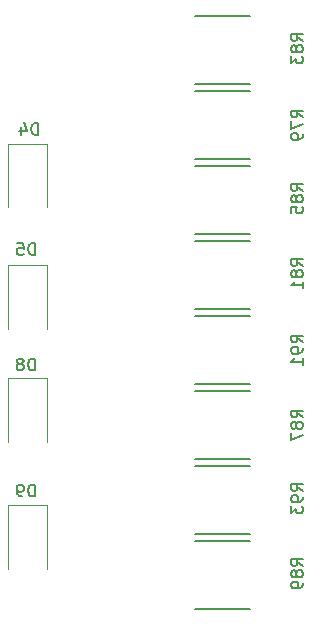
<source format=gbo>
G04 #@! TF.GenerationSoftware,KiCad,Pcbnew,(6.0.0-rc1-dev-1425-g4c184f07a)*
G04 #@! TF.CreationDate,2018-12-27T18:34:51-05:00
G04 #@! TF.ProjectId,Danalog,44616e61-6c6f-4672-9e6b-696361645f70,rev?*
G04 #@! TF.SameCoordinates,Original*
G04 #@! TF.FileFunction,Legend,Bot*
G04 #@! TF.FilePolarity,Positive*
%FSLAX46Y46*%
G04 Gerber Fmt 4.6, Leading zero omitted, Abs format (unit mm)*
G04 Created by KiCad (PCBNEW (6.0.0-rc1-dev-1425-g4c184f07a)) date 12/27/2018 6:34:51 PM*
%MOMM*%
%LPD*%
G04 APERTURE LIST*
%ADD10C,0.150000*%
%ADD11C,0.120000*%
G04 APERTURE END LIST*
D10*
X72630000Y-82910000D02*
X77230000Y-82910000D01*
X72630000Y-77110000D02*
X77230000Y-77110000D01*
X72630000Y-89810000D02*
X77230000Y-89810000D01*
X72630000Y-95610000D02*
X77230000Y-95610000D01*
X72630000Y-70760000D02*
X77230000Y-70760000D01*
X72630000Y-76560000D02*
X77230000Y-76560000D01*
X72630000Y-89260000D02*
X77230000Y-89260000D01*
X72630000Y-83460000D02*
X77230000Y-83460000D01*
X72630000Y-102510000D02*
X77230000Y-102510000D01*
X72630000Y-108310000D02*
X77230000Y-108310000D01*
X72630000Y-121010000D02*
X77230000Y-121010000D01*
X72630000Y-115210000D02*
X77230000Y-115210000D01*
X72630000Y-101960000D02*
X77230000Y-101960000D01*
X72630000Y-96160000D02*
X77230000Y-96160000D01*
X72630000Y-108860000D02*
X77230000Y-108860000D01*
X72630000Y-114660000D02*
X77230000Y-114660000D01*
D11*
X56770000Y-81595000D02*
X56770000Y-86995000D01*
X60070000Y-81595000D02*
X60070000Y-86995000D01*
X56770000Y-81595000D02*
X60070000Y-81595000D01*
X56770000Y-91850000D02*
X56770000Y-97250000D01*
X60070000Y-91850000D02*
X60070000Y-97250000D01*
X56770000Y-91850000D02*
X60070000Y-91850000D01*
X56770000Y-101470000D02*
X60070000Y-101470000D01*
X60070000Y-101470000D02*
X60070000Y-106870000D01*
X56770000Y-101470000D02*
X56770000Y-106870000D01*
X56770000Y-112170000D02*
X60070000Y-112170000D01*
X60070000Y-112170000D02*
X60070000Y-117570000D01*
X56770000Y-112170000D02*
X56770000Y-117570000D01*
D10*
X81732380Y-79367142D02*
X81256190Y-79033809D01*
X81732380Y-78795714D02*
X80732380Y-78795714D01*
X80732380Y-79176666D01*
X80780000Y-79271904D01*
X80827619Y-79319523D01*
X80922857Y-79367142D01*
X81065714Y-79367142D01*
X81160952Y-79319523D01*
X81208571Y-79271904D01*
X81256190Y-79176666D01*
X81256190Y-78795714D01*
X80732380Y-79700476D02*
X80732380Y-80367142D01*
X81732380Y-79938571D01*
X81732380Y-80795714D02*
X81732380Y-80986190D01*
X81684761Y-81081428D01*
X81637142Y-81129047D01*
X81494285Y-81224285D01*
X81303809Y-81271904D01*
X80922857Y-81271904D01*
X80827619Y-81224285D01*
X80780000Y-81176666D01*
X80732380Y-81081428D01*
X80732380Y-80890952D01*
X80780000Y-80795714D01*
X80827619Y-80748095D01*
X80922857Y-80700476D01*
X81160952Y-80700476D01*
X81256190Y-80748095D01*
X81303809Y-80795714D01*
X81351428Y-80890952D01*
X81351428Y-81081428D01*
X81303809Y-81176666D01*
X81256190Y-81224285D01*
X81160952Y-81271904D01*
X81732380Y-91940142D02*
X81256190Y-91606809D01*
X81732380Y-91368714D02*
X80732380Y-91368714D01*
X80732380Y-91749666D01*
X80780000Y-91844904D01*
X80827619Y-91892523D01*
X80922857Y-91940142D01*
X81065714Y-91940142D01*
X81160952Y-91892523D01*
X81208571Y-91844904D01*
X81256190Y-91749666D01*
X81256190Y-91368714D01*
X81160952Y-92511571D02*
X81113333Y-92416333D01*
X81065714Y-92368714D01*
X80970476Y-92321095D01*
X80922857Y-92321095D01*
X80827619Y-92368714D01*
X80780000Y-92416333D01*
X80732380Y-92511571D01*
X80732380Y-92702047D01*
X80780000Y-92797285D01*
X80827619Y-92844904D01*
X80922857Y-92892523D01*
X80970476Y-92892523D01*
X81065714Y-92844904D01*
X81113333Y-92797285D01*
X81160952Y-92702047D01*
X81160952Y-92511571D01*
X81208571Y-92416333D01*
X81256190Y-92368714D01*
X81351428Y-92321095D01*
X81541904Y-92321095D01*
X81637142Y-92368714D01*
X81684761Y-92416333D01*
X81732380Y-92511571D01*
X81732380Y-92702047D01*
X81684761Y-92797285D01*
X81637142Y-92844904D01*
X81541904Y-92892523D01*
X81351428Y-92892523D01*
X81256190Y-92844904D01*
X81208571Y-92797285D01*
X81160952Y-92702047D01*
X81732380Y-93844904D02*
X81732380Y-93273476D01*
X81732380Y-93559190D02*
X80732380Y-93559190D01*
X80875238Y-93463952D01*
X80970476Y-93368714D01*
X81018095Y-93273476D01*
X81732380Y-72890142D02*
X81256190Y-72556809D01*
X81732380Y-72318714D02*
X80732380Y-72318714D01*
X80732380Y-72699666D01*
X80780000Y-72794904D01*
X80827619Y-72842523D01*
X80922857Y-72890142D01*
X81065714Y-72890142D01*
X81160952Y-72842523D01*
X81208571Y-72794904D01*
X81256190Y-72699666D01*
X81256190Y-72318714D01*
X81160952Y-73461571D02*
X81113333Y-73366333D01*
X81065714Y-73318714D01*
X80970476Y-73271095D01*
X80922857Y-73271095D01*
X80827619Y-73318714D01*
X80780000Y-73366333D01*
X80732380Y-73461571D01*
X80732380Y-73652047D01*
X80780000Y-73747285D01*
X80827619Y-73794904D01*
X80922857Y-73842523D01*
X80970476Y-73842523D01*
X81065714Y-73794904D01*
X81113333Y-73747285D01*
X81160952Y-73652047D01*
X81160952Y-73461571D01*
X81208571Y-73366333D01*
X81256190Y-73318714D01*
X81351428Y-73271095D01*
X81541904Y-73271095D01*
X81637142Y-73318714D01*
X81684761Y-73366333D01*
X81732380Y-73461571D01*
X81732380Y-73652047D01*
X81684761Y-73747285D01*
X81637142Y-73794904D01*
X81541904Y-73842523D01*
X81351428Y-73842523D01*
X81256190Y-73794904D01*
X81208571Y-73747285D01*
X81160952Y-73652047D01*
X80732380Y-74175857D02*
X80732380Y-74794904D01*
X81113333Y-74461571D01*
X81113333Y-74604428D01*
X81160952Y-74699666D01*
X81208571Y-74747285D01*
X81303809Y-74794904D01*
X81541904Y-74794904D01*
X81637142Y-74747285D01*
X81684761Y-74699666D01*
X81732380Y-74604428D01*
X81732380Y-74318714D01*
X81684761Y-74223476D01*
X81637142Y-74175857D01*
X81732380Y-85590142D02*
X81256190Y-85256809D01*
X81732380Y-85018714D02*
X80732380Y-85018714D01*
X80732380Y-85399666D01*
X80780000Y-85494904D01*
X80827619Y-85542523D01*
X80922857Y-85590142D01*
X81065714Y-85590142D01*
X81160952Y-85542523D01*
X81208571Y-85494904D01*
X81256190Y-85399666D01*
X81256190Y-85018714D01*
X81160952Y-86161571D02*
X81113333Y-86066333D01*
X81065714Y-86018714D01*
X80970476Y-85971095D01*
X80922857Y-85971095D01*
X80827619Y-86018714D01*
X80780000Y-86066333D01*
X80732380Y-86161571D01*
X80732380Y-86352047D01*
X80780000Y-86447285D01*
X80827619Y-86494904D01*
X80922857Y-86542523D01*
X80970476Y-86542523D01*
X81065714Y-86494904D01*
X81113333Y-86447285D01*
X81160952Y-86352047D01*
X81160952Y-86161571D01*
X81208571Y-86066333D01*
X81256190Y-86018714D01*
X81351428Y-85971095D01*
X81541904Y-85971095D01*
X81637142Y-86018714D01*
X81684761Y-86066333D01*
X81732380Y-86161571D01*
X81732380Y-86352047D01*
X81684761Y-86447285D01*
X81637142Y-86494904D01*
X81541904Y-86542523D01*
X81351428Y-86542523D01*
X81256190Y-86494904D01*
X81208571Y-86447285D01*
X81160952Y-86352047D01*
X80732380Y-87447285D02*
X80732380Y-86971095D01*
X81208571Y-86923476D01*
X81160952Y-86971095D01*
X81113333Y-87066333D01*
X81113333Y-87304428D01*
X81160952Y-87399666D01*
X81208571Y-87447285D01*
X81303809Y-87494904D01*
X81541904Y-87494904D01*
X81637142Y-87447285D01*
X81684761Y-87399666D01*
X81732380Y-87304428D01*
X81732380Y-87066333D01*
X81684761Y-86971095D01*
X81637142Y-86923476D01*
X81732380Y-104767142D02*
X81256190Y-104433809D01*
X81732380Y-104195714D02*
X80732380Y-104195714D01*
X80732380Y-104576666D01*
X80780000Y-104671904D01*
X80827619Y-104719523D01*
X80922857Y-104767142D01*
X81065714Y-104767142D01*
X81160952Y-104719523D01*
X81208571Y-104671904D01*
X81256190Y-104576666D01*
X81256190Y-104195714D01*
X81160952Y-105338571D02*
X81113333Y-105243333D01*
X81065714Y-105195714D01*
X80970476Y-105148095D01*
X80922857Y-105148095D01*
X80827619Y-105195714D01*
X80780000Y-105243333D01*
X80732380Y-105338571D01*
X80732380Y-105529047D01*
X80780000Y-105624285D01*
X80827619Y-105671904D01*
X80922857Y-105719523D01*
X80970476Y-105719523D01*
X81065714Y-105671904D01*
X81113333Y-105624285D01*
X81160952Y-105529047D01*
X81160952Y-105338571D01*
X81208571Y-105243333D01*
X81256190Y-105195714D01*
X81351428Y-105148095D01*
X81541904Y-105148095D01*
X81637142Y-105195714D01*
X81684761Y-105243333D01*
X81732380Y-105338571D01*
X81732380Y-105529047D01*
X81684761Y-105624285D01*
X81637142Y-105671904D01*
X81541904Y-105719523D01*
X81351428Y-105719523D01*
X81256190Y-105671904D01*
X81208571Y-105624285D01*
X81160952Y-105529047D01*
X80732380Y-106052857D02*
X80732380Y-106719523D01*
X81732380Y-106290952D01*
X81732380Y-117340142D02*
X81256190Y-117006809D01*
X81732380Y-116768714D02*
X80732380Y-116768714D01*
X80732380Y-117149666D01*
X80780000Y-117244904D01*
X80827619Y-117292523D01*
X80922857Y-117340142D01*
X81065714Y-117340142D01*
X81160952Y-117292523D01*
X81208571Y-117244904D01*
X81256190Y-117149666D01*
X81256190Y-116768714D01*
X81160952Y-117911571D02*
X81113333Y-117816333D01*
X81065714Y-117768714D01*
X80970476Y-117721095D01*
X80922857Y-117721095D01*
X80827619Y-117768714D01*
X80780000Y-117816333D01*
X80732380Y-117911571D01*
X80732380Y-118102047D01*
X80780000Y-118197285D01*
X80827619Y-118244904D01*
X80922857Y-118292523D01*
X80970476Y-118292523D01*
X81065714Y-118244904D01*
X81113333Y-118197285D01*
X81160952Y-118102047D01*
X81160952Y-117911571D01*
X81208571Y-117816333D01*
X81256190Y-117768714D01*
X81351428Y-117721095D01*
X81541904Y-117721095D01*
X81637142Y-117768714D01*
X81684761Y-117816333D01*
X81732380Y-117911571D01*
X81732380Y-118102047D01*
X81684761Y-118197285D01*
X81637142Y-118244904D01*
X81541904Y-118292523D01*
X81351428Y-118292523D01*
X81256190Y-118244904D01*
X81208571Y-118197285D01*
X81160952Y-118102047D01*
X81732380Y-118768714D02*
X81732380Y-118959190D01*
X81684761Y-119054428D01*
X81637142Y-119102047D01*
X81494285Y-119197285D01*
X81303809Y-119244904D01*
X80922857Y-119244904D01*
X80827619Y-119197285D01*
X80780000Y-119149666D01*
X80732380Y-119054428D01*
X80732380Y-118863952D01*
X80780000Y-118768714D01*
X80827619Y-118721095D01*
X80922857Y-118673476D01*
X81160952Y-118673476D01*
X81256190Y-118721095D01*
X81303809Y-118768714D01*
X81351428Y-118863952D01*
X81351428Y-119054428D01*
X81303809Y-119149666D01*
X81256190Y-119197285D01*
X81160952Y-119244904D01*
X81732380Y-98417142D02*
X81256190Y-98083809D01*
X81732380Y-97845714D02*
X80732380Y-97845714D01*
X80732380Y-98226666D01*
X80780000Y-98321904D01*
X80827619Y-98369523D01*
X80922857Y-98417142D01*
X81065714Y-98417142D01*
X81160952Y-98369523D01*
X81208571Y-98321904D01*
X81256190Y-98226666D01*
X81256190Y-97845714D01*
X81732380Y-98893333D02*
X81732380Y-99083809D01*
X81684761Y-99179047D01*
X81637142Y-99226666D01*
X81494285Y-99321904D01*
X81303809Y-99369523D01*
X80922857Y-99369523D01*
X80827619Y-99321904D01*
X80780000Y-99274285D01*
X80732380Y-99179047D01*
X80732380Y-98988571D01*
X80780000Y-98893333D01*
X80827619Y-98845714D01*
X80922857Y-98798095D01*
X81160952Y-98798095D01*
X81256190Y-98845714D01*
X81303809Y-98893333D01*
X81351428Y-98988571D01*
X81351428Y-99179047D01*
X81303809Y-99274285D01*
X81256190Y-99321904D01*
X81160952Y-99369523D01*
X81732380Y-100321904D02*
X81732380Y-99750476D01*
X81732380Y-100036190D02*
X80732380Y-100036190D01*
X80875238Y-99940952D01*
X80970476Y-99845714D01*
X81018095Y-99750476D01*
X81732380Y-110990142D02*
X81256190Y-110656809D01*
X81732380Y-110418714D02*
X80732380Y-110418714D01*
X80732380Y-110799666D01*
X80780000Y-110894904D01*
X80827619Y-110942523D01*
X80922857Y-110990142D01*
X81065714Y-110990142D01*
X81160952Y-110942523D01*
X81208571Y-110894904D01*
X81256190Y-110799666D01*
X81256190Y-110418714D01*
X81732380Y-111466333D02*
X81732380Y-111656809D01*
X81684761Y-111752047D01*
X81637142Y-111799666D01*
X81494285Y-111894904D01*
X81303809Y-111942523D01*
X80922857Y-111942523D01*
X80827619Y-111894904D01*
X80780000Y-111847285D01*
X80732380Y-111752047D01*
X80732380Y-111561571D01*
X80780000Y-111466333D01*
X80827619Y-111418714D01*
X80922857Y-111371095D01*
X81160952Y-111371095D01*
X81256190Y-111418714D01*
X81303809Y-111466333D01*
X81351428Y-111561571D01*
X81351428Y-111752047D01*
X81303809Y-111847285D01*
X81256190Y-111894904D01*
X81160952Y-111942523D01*
X80732380Y-112275857D02*
X80732380Y-112894904D01*
X81113333Y-112561571D01*
X81113333Y-112704428D01*
X81160952Y-112799666D01*
X81208571Y-112847285D01*
X81303809Y-112894904D01*
X81541904Y-112894904D01*
X81637142Y-112847285D01*
X81684761Y-112799666D01*
X81732380Y-112704428D01*
X81732380Y-112418714D01*
X81684761Y-112323476D01*
X81637142Y-112275857D01*
X59285095Y-80843380D02*
X59285095Y-79843380D01*
X59047000Y-79843380D01*
X58904142Y-79891000D01*
X58808904Y-79986238D01*
X58761285Y-80081476D01*
X58713666Y-80271952D01*
X58713666Y-80414809D01*
X58761285Y-80605285D01*
X58808904Y-80700523D01*
X58904142Y-80795761D01*
X59047000Y-80843380D01*
X59285095Y-80843380D01*
X57856523Y-80176714D02*
X57856523Y-80843380D01*
X58094619Y-79795761D02*
X58332714Y-80510047D01*
X57713666Y-80510047D01*
X59031095Y-91003380D02*
X59031095Y-90003380D01*
X58793000Y-90003380D01*
X58650142Y-90051000D01*
X58554904Y-90146238D01*
X58507285Y-90241476D01*
X58459666Y-90431952D01*
X58459666Y-90574809D01*
X58507285Y-90765285D01*
X58554904Y-90860523D01*
X58650142Y-90955761D01*
X58793000Y-91003380D01*
X59031095Y-91003380D01*
X57554904Y-90003380D02*
X58031095Y-90003380D01*
X58078714Y-90479571D01*
X58031095Y-90431952D01*
X57935857Y-90384333D01*
X57697761Y-90384333D01*
X57602523Y-90431952D01*
X57554904Y-90479571D01*
X57507285Y-90574809D01*
X57507285Y-90812904D01*
X57554904Y-90908142D01*
X57602523Y-90955761D01*
X57697761Y-91003380D01*
X57935857Y-91003380D01*
X58031095Y-90955761D01*
X58078714Y-90908142D01*
X59031095Y-100782380D02*
X59031095Y-99782380D01*
X58793000Y-99782380D01*
X58650142Y-99830000D01*
X58554904Y-99925238D01*
X58507285Y-100020476D01*
X58459666Y-100210952D01*
X58459666Y-100353809D01*
X58507285Y-100544285D01*
X58554904Y-100639523D01*
X58650142Y-100734761D01*
X58793000Y-100782380D01*
X59031095Y-100782380D01*
X57888238Y-100210952D02*
X57983476Y-100163333D01*
X58031095Y-100115714D01*
X58078714Y-100020476D01*
X58078714Y-99972857D01*
X58031095Y-99877619D01*
X57983476Y-99830000D01*
X57888238Y-99782380D01*
X57697761Y-99782380D01*
X57602523Y-99830000D01*
X57554904Y-99877619D01*
X57507285Y-99972857D01*
X57507285Y-100020476D01*
X57554904Y-100115714D01*
X57602523Y-100163333D01*
X57697761Y-100210952D01*
X57888238Y-100210952D01*
X57983476Y-100258571D01*
X58031095Y-100306190D01*
X58078714Y-100401428D01*
X58078714Y-100591904D01*
X58031095Y-100687142D01*
X57983476Y-100734761D01*
X57888238Y-100782380D01*
X57697761Y-100782380D01*
X57602523Y-100734761D01*
X57554904Y-100687142D01*
X57507285Y-100591904D01*
X57507285Y-100401428D01*
X57554904Y-100306190D01*
X57602523Y-100258571D01*
X57697761Y-100210952D01*
X59031095Y-111450380D02*
X59031095Y-110450380D01*
X58793000Y-110450380D01*
X58650142Y-110498000D01*
X58554904Y-110593238D01*
X58507285Y-110688476D01*
X58459666Y-110878952D01*
X58459666Y-111021809D01*
X58507285Y-111212285D01*
X58554904Y-111307523D01*
X58650142Y-111402761D01*
X58793000Y-111450380D01*
X59031095Y-111450380D01*
X57983476Y-111450380D02*
X57793000Y-111450380D01*
X57697761Y-111402761D01*
X57650142Y-111355142D01*
X57554904Y-111212285D01*
X57507285Y-111021809D01*
X57507285Y-110640857D01*
X57554904Y-110545619D01*
X57602523Y-110498000D01*
X57697761Y-110450380D01*
X57888238Y-110450380D01*
X57983476Y-110498000D01*
X58031095Y-110545619D01*
X58078714Y-110640857D01*
X58078714Y-110878952D01*
X58031095Y-110974190D01*
X57983476Y-111021809D01*
X57888238Y-111069428D01*
X57697761Y-111069428D01*
X57602523Y-111021809D01*
X57554904Y-110974190D01*
X57507285Y-110878952D01*
M02*

</source>
